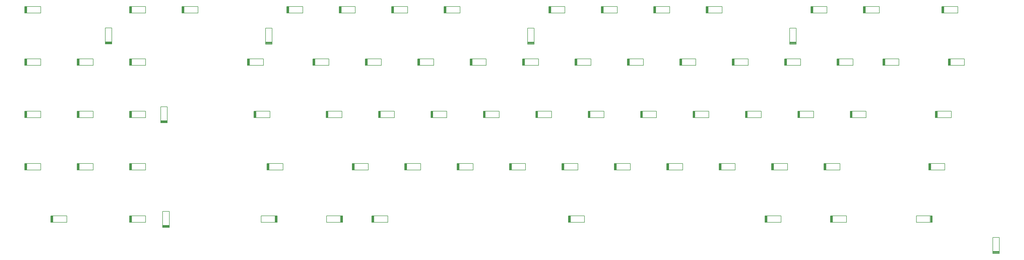
<source format=gto>
G04 #@! TF.GenerationSoftware,KiCad,Pcbnew,(5.1.6)-1*
G04 #@! TF.CreationDate,2020-07-18T03:31:17-04:00*
G04 #@! TF.ProjectId,southpawpcb,736f7574-6870-4617-9770-63622e6b6963,rev?*
G04 #@! TF.SameCoordinates,Original*
G04 #@! TF.FileFunction,Legend,Top*
G04 #@! TF.FilePolarity,Positive*
%FSLAX46Y46*%
G04 Gerber Fmt 4.6, Leading zero omitted, Abs format (unit mm)*
G04 Created by KiCad (PCBNEW (5.1.6)-1) date 2020-07-18 03:31:17*
%MOMM*%
%LPD*%
G01*
G04 APERTURE LIST*
%ADD10C,0.200000*%
G04 APERTURE END LIST*
D10*
G04 #@! TO.C,D7*
X97019000Y90899000D02*
X97019000Y93299000D01*
X96844000Y90899000D02*
X96844000Y93299000D01*
X96669000Y90899000D02*
X96669000Y93299000D01*
X96269000Y93299000D02*
X96269000Y90899000D01*
X96494000Y90899000D02*
X96494000Y93299000D01*
X96369000Y90899000D02*
X96369000Y93299000D01*
X96294000Y90899000D02*
X102094000Y90899000D01*
X102094000Y90899000D02*
X102094000Y93299000D01*
X102094000Y93299000D02*
X96294000Y93299000D01*
G04 #@! TO.C,D48*
X230681000Y55199000D02*
X224881000Y55199000D01*
X230681000Y52799000D02*
X230681000Y55199000D01*
X224881000Y52799000D02*
X230681000Y52799000D01*
X224956000Y52799000D02*
X224956000Y55199000D01*
X225081000Y52799000D02*
X225081000Y55199000D01*
X224856000Y55199000D02*
X224856000Y52799000D01*
X225256000Y52799000D02*
X225256000Y55199000D01*
X225431000Y52799000D02*
X225431000Y55199000D01*
X225606000Y52799000D02*
X225606000Y55199000D01*
G04 #@! TO.C,D72*
X96806000Y17099000D02*
X96806000Y14699000D01*
X96981000Y17099000D02*
X96981000Y14699000D01*
X97156000Y17099000D02*
X97156000Y14699000D01*
X97556000Y14699000D02*
X97556000Y17099000D01*
X97331000Y17099000D02*
X97331000Y14699000D01*
X97456000Y17099000D02*
X97456000Y14699000D01*
X97531000Y17099000D02*
X91731000Y17099000D01*
X91731000Y17099000D02*
X91731000Y14699000D01*
X91731000Y14699000D02*
X97531000Y14699000D01*
G04 #@! TO.C,D39*
X20819200Y52799000D02*
X20819200Y55199000D01*
X20644200Y52799000D02*
X20644200Y55199000D01*
X20469200Y52799000D02*
X20469200Y55199000D01*
X20069200Y55199000D02*
X20069200Y52799000D01*
X20294200Y52799000D02*
X20294200Y55199000D01*
X20169200Y52799000D02*
X20169200Y55199000D01*
X20094200Y52799000D02*
X25894200Y52799000D01*
X25894200Y52799000D02*
X25894200Y55199000D01*
X25894200Y55199000D02*
X20094200Y55199000D01*
G04 #@! TO.C,D2*
X11246000Y85477000D02*
X11246000Y79677000D01*
X13646000Y85477000D02*
X11246000Y85477000D01*
X13646000Y79677000D02*
X13646000Y85477000D01*
X13646000Y79752000D02*
X11246000Y79752000D01*
X13646000Y79877000D02*
X11246000Y79877000D01*
X11246000Y79652000D02*
X13646000Y79652000D01*
X13646000Y80052000D02*
X11246000Y80052000D01*
X13646000Y80227000D02*
X11246000Y80227000D01*
X13646000Y80402000D02*
X11246000Y80402000D01*
G04 #@! TO.C,D50*
X268781000Y55199000D02*
X262981000Y55199000D01*
X268781000Y52799000D02*
X268781000Y55199000D01*
X262981000Y52799000D02*
X268781000Y52799000D01*
X263056000Y52799000D02*
X263056000Y55199000D01*
X263181000Y52799000D02*
X263181000Y55199000D01*
X262956000Y55199000D02*
X262956000Y52799000D01*
X263356000Y52799000D02*
X263356000Y55199000D01*
X263531000Y52799000D02*
X263531000Y55199000D01*
X263706000Y52799000D02*
X263706000Y55199000D01*
G04 #@! TO.C,D21*
X20819200Y71849000D02*
X20819200Y74249000D01*
X20644200Y71849000D02*
X20644200Y74249000D01*
X20469200Y71849000D02*
X20469200Y74249000D01*
X20069200Y74249000D02*
X20069200Y71849000D01*
X20294200Y71849000D02*
X20294200Y74249000D01*
X20169200Y71849000D02*
X20169200Y74249000D01*
X20094200Y71849000D02*
X25894200Y71849000D01*
X25894200Y71849000D02*
X25894200Y74249000D01*
X25894200Y74249000D02*
X20094200Y74249000D01*
G04 #@! TO.C,D53*
X-12205800Y36149000D02*
X-18005800Y36149000D01*
X-12205800Y33749000D02*
X-12205800Y36149000D01*
X-18005800Y33749000D02*
X-12205800Y33749000D01*
X-17930800Y33749000D02*
X-17930800Y36149000D01*
X-17805800Y33749000D02*
X-17805800Y36149000D01*
X-18030800Y36149000D02*
X-18030800Y33749000D01*
X-17630800Y33749000D02*
X-17630800Y36149000D01*
X-17455800Y33749000D02*
X-17455800Y36149000D01*
X-17280800Y33749000D02*
X-17280800Y36149000D01*
G04 #@! TO.C,D26*
X130669000Y74249000D02*
X124869000Y74249000D01*
X130669000Y71849000D02*
X130669000Y74249000D01*
X124869000Y71849000D02*
X130669000Y71849000D01*
X124944000Y71849000D02*
X124944000Y74249000D01*
X125069000Y71849000D02*
X125069000Y74249000D01*
X124844000Y74249000D02*
X124844000Y71849000D01*
X125244000Y71849000D02*
X125244000Y74249000D01*
X125419000Y71849000D02*
X125419000Y74249000D01*
X125594000Y71849000D02*
X125594000Y74249000D01*
G04 #@! TO.C,D60*
X139882000Y33749000D02*
X139882000Y36149000D01*
X139707000Y33749000D02*
X139707000Y36149000D01*
X139532000Y33749000D02*
X139532000Y36149000D01*
X139132000Y36149000D02*
X139132000Y33749000D01*
X139357000Y33749000D02*
X139357000Y36149000D01*
X139232000Y33749000D02*
X139232000Y36149000D01*
X139157000Y33749000D02*
X144957000Y33749000D01*
X144957000Y33749000D02*
X144957000Y36149000D01*
X144957000Y36149000D02*
X139157000Y36149000D01*
G04 #@! TO.C,D42*
X116381000Y55199000D02*
X110581000Y55199000D01*
X116381000Y52799000D02*
X116381000Y55199000D01*
X110581000Y52799000D02*
X116381000Y52799000D01*
X110656000Y52799000D02*
X110656000Y55199000D01*
X110781000Y52799000D02*
X110781000Y55199000D01*
X110556000Y55199000D02*
X110556000Y52799000D01*
X110956000Y52799000D02*
X110956000Y55199000D01*
X111131000Y52799000D02*
X111131000Y55199000D01*
X111306000Y52799000D02*
X111306000Y55199000D01*
G04 #@! TO.C,D4*
X44944200Y93299000D02*
X39144200Y93299000D01*
X44944200Y90899000D02*
X44944200Y93299000D01*
X39144200Y90899000D02*
X44944200Y90899000D01*
X39219200Y90899000D02*
X39219200Y93299000D01*
X39344200Y90899000D02*
X39344200Y93299000D01*
X39119200Y93299000D02*
X39119200Y90899000D01*
X39519200Y90899000D02*
X39519200Y93299000D01*
X39694200Y90899000D02*
X39694200Y93299000D01*
X39869200Y90899000D02*
X39869200Y93299000D01*
G04 #@! TO.C,D3*
X20819200Y90899000D02*
X20819200Y93299000D01*
X20644200Y90899000D02*
X20644200Y93299000D01*
X20469200Y90899000D02*
X20469200Y93299000D01*
X20069200Y93299000D02*
X20069200Y90899000D01*
X20294200Y90899000D02*
X20294200Y93299000D01*
X20169200Y90899000D02*
X20169200Y93299000D01*
X20094200Y90899000D02*
X25894200Y90899000D01*
X25894200Y90899000D02*
X25894200Y93299000D01*
X25894200Y93299000D02*
X20094200Y93299000D01*
G04 #@! TO.C,D25*
X106544000Y71849000D02*
X106544000Y74249000D01*
X106369000Y71849000D02*
X106369000Y74249000D01*
X106194000Y71849000D02*
X106194000Y74249000D01*
X105794000Y74249000D02*
X105794000Y71849000D01*
X106019000Y71849000D02*
X106019000Y74249000D01*
X105894000Y71849000D02*
X105894000Y74249000D01*
X105819000Y71849000D02*
X111619000Y71849000D01*
X111619000Y71849000D02*
X111619000Y74249000D01*
X111619000Y74249000D02*
X105819000Y74249000D01*
G04 #@! TO.C,D71*
X67919000Y14699000D02*
X73719000Y14699000D01*
X67919000Y17099000D02*
X67919000Y14699000D01*
X73719000Y17099000D02*
X67919000Y17099000D01*
X73644000Y17099000D02*
X73644000Y14699000D01*
X73519000Y17099000D02*
X73519000Y14699000D01*
X73744000Y14699000D02*
X73744000Y17099000D01*
X73344000Y17099000D02*
X73344000Y14699000D01*
X73169000Y17099000D02*
X73169000Y14699000D01*
X72994000Y17099000D02*
X72994000Y14699000D01*
G04 #@! TO.C,D78*
X333838000Y9174000D02*
X333838000Y3374000D01*
X336238000Y9174000D02*
X333838000Y9174000D01*
X336238000Y3374000D02*
X336238000Y9174000D01*
X336238000Y3449000D02*
X333838000Y3449000D01*
X336238000Y3574000D02*
X333838000Y3574000D01*
X333838000Y3349000D02*
X336238000Y3349000D01*
X336238000Y3749000D02*
X333838000Y3749000D01*
X336238000Y3924000D02*
X333838000Y3924000D01*
X336238000Y4099000D02*
X333838000Y4099000D01*
G04 #@! TO.C,D77*
X306044000Y14699000D02*
X311844000Y14699000D01*
X306044000Y17099000D02*
X306044000Y14699000D01*
X311844000Y17099000D02*
X306044000Y17099000D01*
X311769000Y17099000D02*
X311769000Y14699000D01*
X311644000Y17099000D02*
X311644000Y14699000D01*
X311869000Y14699000D02*
X311869000Y17099000D01*
X311469000Y17099000D02*
X311469000Y14699000D01*
X311294000Y17099000D02*
X311294000Y14699000D01*
X311119000Y17099000D02*
X311119000Y14699000D01*
G04 #@! TO.C,D45*
X168456000Y52799000D02*
X168456000Y55199000D01*
X168281000Y52799000D02*
X168281000Y55199000D01*
X168106000Y52799000D02*
X168106000Y55199000D01*
X167706000Y55199000D02*
X167706000Y52799000D01*
X167931000Y52799000D02*
X167931000Y55199000D01*
X167806000Y52799000D02*
X167806000Y55199000D01*
X167731000Y52799000D02*
X173531000Y52799000D01*
X173531000Y52799000D02*
X173531000Y55199000D01*
X173531000Y55199000D02*
X167731000Y55199000D01*
G04 #@! TO.C,D16*
X273544000Y93299000D02*
X267744000Y93299000D01*
X273544000Y90899000D02*
X273544000Y93299000D01*
X267744000Y90899000D02*
X273544000Y90899000D01*
X267819000Y90899000D02*
X267819000Y93299000D01*
X267944000Y90899000D02*
X267944000Y93299000D01*
X267719000Y93299000D02*
X267719000Y90899000D01*
X268119000Y90899000D02*
X268119000Y93299000D01*
X268294000Y90899000D02*
X268294000Y93299000D01*
X268469000Y90899000D02*
X268469000Y93299000D01*
G04 #@! TO.C,D22*
X31419200Y56799000D02*
X31419200Y50999000D01*
X33819200Y56799000D02*
X31419200Y56799000D01*
X33819200Y50999000D02*
X33819200Y56799000D01*
X33819200Y51074000D02*
X31419200Y51074000D01*
X33819200Y51199000D02*
X31419200Y51199000D01*
X31419200Y50974000D02*
X33819200Y50974000D01*
X33819200Y51374000D02*
X31419200Y51374000D01*
X33819200Y51549000D02*
X31419200Y51549000D01*
X33819200Y51724000D02*
X31419200Y51724000D01*
G04 #@! TO.C,D10*
X164769000Y85374000D02*
X164769000Y79574000D01*
X167169000Y85374000D02*
X164769000Y85374000D01*
X167169000Y79574000D02*
X167169000Y85374000D01*
X167169000Y79649000D02*
X164769000Y79649000D01*
X167169000Y79774000D02*
X164769000Y79774000D01*
X164769000Y79549000D02*
X167169000Y79549000D01*
X167169000Y79949000D02*
X164769000Y79949000D01*
X167169000Y80124000D02*
X164769000Y80124000D01*
X167169000Y80299000D02*
X164769000Y80299000D01*
G04 #@! TO.C,D54*
X1769200Y33749000D02*
X1769200Y36149000D01*
X1594200Y33749000D02*
X1594200Y36149000D01*
X1419200Y33749000D02*
X1419200Y36149000D01*
X1019200Y36149000D02*
X1019200Y33749000D01*
X1244200Y33749000D02*
X1244200Y36149000D01*
X1119200Y33749000D02*
X1119200Y36149000D01*
X1044200Y33749000D02*
X6844200Y33749000D01*
X6844200Y33749000D02*
X6844200Y36149000D01*
X6844200Y36149000D02*
X1044200Y36149000D01*
G04 #@! TO.C,D19*
X-17280800Y71849000D02*
X-17280800Y74249000D01*
X-17455800Y71849000D02*
X-17455800Y74249000D01*
X-17630800Y71849000D02*
X-17630800Y74249000D01*
X-18030800Y74249000D02*
X-18030800Y71849000D01*
X-17805800Y71849000D02*
X-17805800Y74249000D01*
X-17930800Y71849000D02*
X-17930800Y74249000D01*
X-18005800Y71849000D02*
X-12205800Y71849000D01*
X-12205800Y71849000D02*
X-12205800Y74249000D01*
X-12205800Y74249000D02*
X-18005800Y74249000D01*
G04 #@! TO.C,D57*
X70825000Y33749000D02*
X70825000Y36149000D01*
X70650000Y33749000D02*
X70650000Y36149000D01*
X70475000Y33749000D02*
X70475000Y36149000D01*
X70075000Y36149000D02*
X70075000Y33749000D01*
X70300000Y33749000D02*
X70300000Y36149000D01*
X70175000Y33749000D02*
X70175000Y36149000D01*
X70100000Y33749000D02*
X75900000Y33749000D01*
X75900000Y33749000D02*
X75900000Y36149000D01*
X75900000Y36149000D02*
X70100000Y36149000D01*
G04 #@! TO.C,D47*
X206556000Y52799000D02*
X206556000Y55199000D01*
X206381000Y52799000D02*
X206381000Y55199000D01*
X206206000Y52799000D02*
X206206000Y55199000D01*
X205806000Y55199000D02*
X205806000Y52799000D01*
X206031000Y52799000D02*
X206031000Y55199000D01*
X205906000Y52799000D02*
X205906000Y55199000D01*
X205831000Y52799000D02*
X211631000Y52799000D01*
X211631000Y52799000D02*
X211631000Y55199000D01*
X211631000Y55199000D02*
X205831000Y55199000D01*
G04 #@! TO.C,D15*
X262419000Y80299000D02*
X260019000Y80299000D01*
X262419000Y80124000D02*
X260019000Y80124000D01*
X262419000Y79949000D02*
X260019000Y79949000D01*
X260019000Y79549000D02*
X262419000Y79549000D01*
X262419000Y79774000D02*
X260019000Y79774000D01*
X262419000Y79649000D02*
X260019000Y79649000D01*
X262419000Y79574000D02*
X262419000Y85374000D01*
X262419000Y85374000D02*
X260019000Y85374000D01*
X260019000Y85374000D02*
X260019000Y79574000D01*
G04 #@! TO.C,D67*
X278307000Y36149000D02*
X272507000Y36149000D01*
X278307000Y33749000D02*
X278307000Y36149000D01*
X272507000Y33749000D02*
X278307000Y33749000D01*
X272582000Y33749000D02*
X272582000Y36149000D01*
X272707000Y33749000D02*
X272707000Y36149000D01*
X272482000Y36149000D02*
X272482000Y33749000D01*
X272882000Y33749000D02*
X272882000Y36149000D01*
X273057000Y33749000D02*
X273057000Y36149000D01*
X273232000Y33749000D02*
X273232000Y36149000D01*
G04 #@! TO.C,D36*
X323550000Y74249000D02*
X317750000Y74249000D01*
X323550000Y71849000D02*
X323550000Y74249000D01*
X317750000Y71849000D02*
X323550000Y71849000D01*
X317825000Y71849000D02*
X317825000Y74249000D01*
X317950000Y71849000D02*
X317950000Y74249000D01*
X317725000Y74249000D02*
X317725000Y71849000D01*
X318125000Y71849000D02*
X318125000Y74249000D01*
X318300000Y71849000D02*
X318300000Y74249000D01*
X318475000Y71849000D02*
X318475000Y74249000D01*
G04 #@! TO.C,D62*
X177982000Y33749000D02*
X177982000Y36149000D01*
X177807000Y33749000D02*
X177807000Y36149000D01*
X177632000Y33749000D02*
X177632000Y36149000D01*
X177232000Y36149000D02*
X177232000Y33749000D01*
X177457000Y33749000D02*
X177457000Y36149000D01*
X177332000Y33749000D02*
X177332000Y36149000D01*
X177257000Y33749000D02*
X183057000Y33749000D01*
X183057000Y33749000D02*
X183057000Y36149000D01*
X183057000Y36149000D02*
X177257000Y36149000D01*
G04 #@! TO.C,D61*
X158932000Y33749000D02*
X158932000Y36149000D01*
X158757000Y33749000D02*
X158757000Y36149000D01*
X158582000Y33749000D02*
X158582000Y36149000D01*
X158182000Y36149000D02*
X158182000Y33749000D01*
X158407000Y33749000D02*
X158407000Y36149000D01*
X158282000Y33749000D02*
X158282000Y36149000D01*
X158207000Y33749000D02*
X164007000Y33749000D01*
X164007000Y33749000D02*
X164007000Y36149000D01*
X164007000Y36149000D02*
X158207000Y36149000D01*
G04 #@! TO.C,D52*
X318788000Y55199000D02*
X312988000Y55199000D01*
X318788000Y52799000D02*
X318788000Y55199000D01*
X312988000Y52799000D02*
X318788000Y52799000D01*
X313063000Y52799000D02*
X313063000Y55199000D01*
X313188000Y52799000D02*
X313188000Y55199000D01*
X312963000Y55199000D02*
X312963000Y52799000D01*
X313363000Y52799000D02*
X313363000Y55199000D01*
X313538000Y52799000D02*
X313538000Y55199000D01*
X313713000Y52799000D02*
X313713000Y55199000D01*
G04 #@! TO.C,D37*
X-17280800Y52799000D02*
X-17280800Y55199000D01*
X-17455800Y52799000D02*
X-17455800Y55199000D01*
X-17630800Y52799000D02*
X-17630800Y55199000D01*
X-18030800Y55199000D02*
X-18030800Y52799000D01*
X-17805800Y52799000D02*
X-17805800Y55199000D01*
X-17930800Y52799000D02*
X-17930800Y55199000D01*
X-18005800Y52799000D02*
X-12205800Y52799000D01*
X-12205800Y52799000D02*
X-12205800Y55199000D01*
X-12205800Y55199000D02*
X-18005800Y55199000D01*
G04 #@! TO.C,D65*
X235132000Y33749000D02*
X235132000Y36149000D01*
X234957000Y33749000D02*
X234957000Y36149000D01*
X234782000Y33749000D02*
X234782000Y36149000D01*
X234382000Y36149000D02*
X234382000Y33749000D01*
X234607000Y33749000D02*
X234607000Y36149000D01*
X234482000Y33749000D02*
X234482000Y36149000D01*
X234407000Y33749000D02*
X240207000Y33749000D01*
X240207000Y33749000D02*
X240207000Y36149000D01*
X240207000Y36149000D02*
X234407000Y36149000D01*
G04 #@! TO.C,D14*
X230369000Y90899000D02*
X230369000Y93299000D01*
X230194000Y90899000D02*
X230194000Y93299000D01*
X230019000Y90899000D02*
X230019000Y93299000D01*
X229619000Y93299000D02*
X229619000Y90899000D01*
X229844000Y90899000D02*
X229844000Y93299000D01*
X229719000Y90899000D02*
X229719000Y93299000D01*
X229644000Y90899000D02*
X235444000Y90899000D01*
X235444000Y90899000D02*
X235444000Y93299000D01*
X235444000Y93299000D02*
X229644000Y93299000D01*
G04 #@! TO.C,D68*
X311332000Y33749000D02*
X311332000Y36149000D01*
X311157000Y33749000D02*
X311157000Y36149000D01*
X310982000Y33749000D02*
X310982000Y36149000D01*
X310582000Y36149000D02*
X310582000Y33749000D01*
X310807000Y33749000D02*
X310807000Y36149000D01*
X310682000Y33749000D02*
X310682000Y36149000D01*
X310607000Y33749000D02*
X316407000Y33749000D01*
X316407000Y33749000D02*
X316407000Y36149000D01*
X316407000Y36149000D02*
X310607000Y36149000D01*
G04 #@! TO.C,D18*
X321169000Y93299000D02*
X315369000Y93299000D01*
X321169000Y90899000D02*
X321169000Y93299000D01*
X315369000Y90899000D02*
X321169000Y90899000D01*
X315444000Y90899000D02*
X315444000Y93299000D01*
X315569000Y90899000D02*
X315569000Y93299000D01*
X315344000Y93299000D02*
X315344000Y90899000D01*
X315744000Y90899000D02*
X315744000Y93299000D01*
X315919000Y90899000D02*
X315919000Y93299000D01*
X316094000Y90899000D02*
X316094000Y93299000D01*
G04 #@! TO.C,D38*
X6844200Y55199000D02*
X1044200Y55199000D01*
X6844200Y52799000D02*
X6844200Y55199000D01*
X1044200Y52799000D02*
X6844200Y52799000D01*
X1119200Y52799000D02*
X1119200Y55199000D01*
X1244200Y52799000D02*
X1244200Y55199000D01*
X1019200Y55199000D02*
X1019200Y52799000D01*
X1419200Y52799000D02*
X1419200Y55199000D01*
X1594200Y52799000D02*
X1594200Y55199000D01*
X1769200Y52799000D02*
X1769200Y55199000D01*
G04 #@! TO.C,D12*
X197344000Y93299000D02*
X191544000Y93299000D01*
X197344000Y90899000D02*
X197344000Y93299000D01*
X191544000Y90899000D02*
X197344000Y90899000D01*
X191619000Y90899000D02*
X191619000Y93299000D01*
X191744000Y90899000D02*
X191744000Y93299000D01*
X191519000Y93299000D02*
X191519000Y90899000D01*
X191919000Y90899000D02*
X191919000Y93299000D01*
X192094000Y90899000D02*
X192094000Y93299000D01*
X192269000Y90899000D02*
X192269000Y93299000D01*
G04 #@! TO.C,D58*
X106857000Y36149000D02*
X101057000Y36149000D01*
X106857000Y33749000D02*
X106857000Y36149000D01*
X101057000Y33749000D02*
X106857000Y33749000D01*
X101132000Y33749000D02*
X101132000Y36149000D01*
X101257000Y33749000D02*
X101257000Y36149000D01*
X101032000Y36149000D02*
X101032000Y33749000D01*
X101432000Y33749000D02*
X101432000Y36149000D01*
X101607000Y33749000D02*
X101607000Y36149000D01*
X101782000Y33749000D02*
X101782000Y36149000D01*
G04 #@! TO.C,D34*
X283069000Y74249000D02*
X277269000Y74249000D01*
X283069000Y71849000D02*
X283069000Y74249000D01*
X277269000Y71849000D02*
X283069000Y71849000D01*
X277344000Y71849000D02*
X277344000Y74249000D01*
X277469000Y71849000D02*
X277469000Y74249000D01*
X277244000Y74249000D02*
X277244000Y71849000D01*
X277644000Y71849000D02*
X277644000Y74249000D01*
X277819000Y71849000D02*
X277819000Y74249000D01*
X277994000Y71849000D02*
X277994000Y74249000D01*
G04 #@! TO.C,D20*
X6844200Y74249000D02*
X1044200Y74249000D01*
X6844200Y71849000D02*
X6844200Y74249000D01*
X1044200Y71849000D02*
X6844200Y71849000D01*
X1119200Y71849000D02*
X1119200Y74249000D01*
X1244200Y71849000D02*
X1244200Y74249000D01*
X1019200Y74249000D02*
X1019200Y71849000D01*
X1419200Y71849000D02*
X1419200Y74249000D01*
X1594200Y71849000D02*
X1594200Y74249000D01*
X1769200Y71849000D02*
X1769200Y74249000D01*
G04 #@! TO.C,D69*
X-7755800Y14699000D02*
X-7755800Y17099000D01*
X-7930800Y14699000D02*
X-7930800Y17099000D01*
X-8105800Y14699000D02*
X-8105800Y17099000D01*
X-8505800Y17099000D02*
X-8505800Y14699000D01*
X-8280800Y14699000D02*
X-8280800Y17099000D01*
X-8405800Y14699000D02*
X-8405800Y17099000D01*
X-8480800Y14699000D02*
X-2680800Y14699000D01*
X-2680800Y14699000D02*
X-2680800Y17099000D01*
X-2680800Y17099000D02*
X-8480800Y17099000D01*
G04 #@! TO.C,D40*
X71138000Y55199000D02*
X65338000Y55199000D01*
X71138000Y52799000D02*
X71138000Y55199000D01*
X65338000Y52799000D02*
X71138000Y52799000D01*
X65413000Y52799000D02*
X65413000Y55199000D01*
X65538000Y52799000D02*
X65538000Y55199000D01*
X65313000Y55199000D02*
X65313000Y52799000D01*
X65713000Y52799000D02*
X65713000Y55199000D01*
X65888000Y52799000D02*
X65888000Y55199000D01*
X66063000Y52799000D02*
X66063000Y55199000D01*
G04 #@! TO.C,D56*
X32137500Y18699000D02*
X32137500Y12899000D01*
X34537500Y18699000D02*
X32137500Y18699000D01*
X34537500Y12899000D02*
X34537500Y18699000D01*
X34537500Y12974000D02*
X32137500Y12974000D01*
X34537500Y13099000D02*
X32137500Y13099000D01*
X32137500Y12874000D02*
X34537500Y12874000D01*
X34537500Y13274000D02*
X32137500Y13274000D01*
X34537500Y13449000D02*
X32137500Y13449000D01*
X34537500Y13624000D02*
X32137500Y13624000D01*
G04 #@! TO.C,D23*
X63682000Y71849000D02*
X63682000Y74249000D01*
X63507000Y71849000D02*
X63507000Y74249000D01*
X63332000Y71849000D02*
X63332000Y74249000D01*
X62932000Y74249000D02*
X62932000Y71849000D01*
X63157000Y71849000D02*
X63157000Y74249000D01*
X63032000Y71849000D02*
X63032000Y74249000D01*
X62957000Y71849000D02*
X68757000Y71849000D01*
X68757000Y71849000D02*
X68757000Y74249000D01*
X68757000Y74249000D02*
X62957000Y74249000D01*
G04 #@! TO.C,D17*
X287519000Y90899000D02*
X287519000Y93299000D01*
X287344000Y90899000D02*
X287344000Y93299000D01*
X287169000Y90899000D02*
X287169000Y93299000D01*
X286769000Y93299000D02*
X286769000Y90899000D01*
X286994000Y90899000D02*
X286994000Y93299000D01*
X286869000Y90899000D02*
X286869000Y93299000D01*
X286794000Y90899000D02*
X292594000Y90899000D01*
X292594000Y90899000D02*
X292594000Y93299000D01*
X292594000Y93299000D02*
X286794000Y93299000D01*
G04 #@! TO.C,D32*
X244969000Y74249000D02*
X239169000Y74249000D01*
X244969000Y71849000D02*
X244969000Y74249000D01*
X239169000Y71849000D02*
X244969000Y71849000D01*
X239244000Y71849000D02*
X239244000Y74249000D01*
X239369000Y71849000D02*
X239369000Y74249000D01*
X239144000Y74249000D02*
X239144000Y71849000D01*
X239544000Y71849000D02*
X239544000Y74249000D01*
X239719000Y71849000D02*
X239719000Y74249000D01*
X239894000Y71849000D02*
X239894000Y74249000D01*
G04 #@! TO.C,D31*
X220844000Y71849000D02*
X220844000Y74249000D01*
X220669000Y71849000D02*
X220669000Y74249000D01*
X220494000Y71849000D02*
X220494000Y74249000D01*
X220094000Y74249000D02*
X220094000Y71849000D01*
X220319000Y71849000D02*
X220319000Y74249000D01*
X220194000Y71849000D02*
X220194000Y74249000D01*
X220119000Y71849000D02*
X225919000Y71849000D01*
X225919000Y71849000D02*
X225919000Y74249000D01*
X225919000Y74249000D02*
X220119000Y74249000D01*
G04 #@! TO.C,D9*
X135119000Y90899000D02*
X135119000Y93299000D01*
X134944000Y90899000D02*
X134944000Y93299000D01*
X134769000Y90899000D02*
X134769000Y93299000D01*
X134369000Y93299000D02*
X134369000Y90899000D01*
X134594000Y90899000D02*
X134594000Y93299000D01*
X134469000Y90899000D02*
X134469000Y93299000D01*
X134394000Y90899000D02*
X140194000Y90899000D01*
X140194000Y90899000D02*
X140194000Y93299000D01*
X140194000Y93299000D02*
X134394000Y93299000D01*
G04 #@! TO.C,D64*
X221157000Y36149000D02*
X215357000Y36149000D01*
X221157000Y33749000D02*
X221157000Y36149000D01*
X215357000Y33749000D02*
X221157000Y33749000D01*
X215432000Y33749000D02*
X215432000Y36149000D01*
X215557000Y33749000D02*
X215557000Y36149000D01*
X215332000Y36149000D02*
X215332000Y33749000D01*
X215732000Y33749000D02*
X215732000Y36149000D01*
X215907000Y33749000D02*
X215907000Y36149000D01*
X216082000Y33749000D02*
X216082000Y36149000D01*
G04 #@! TO.C,D74*
X185438000Y17099000D02*
X179638000Y17099000D01*
X185438000Y14699000D02*
X185438000Y17099000D01*
X179638000Y14699000D02*
X185438000Y14699000D01*
X179713000Y14699000D02*
X179713000Y17099000D01*
X179838000Y14699000D02*
X179838000Y17099000D01*
X179613000Y17099000D02*
X179613000Y14699000D01*
X180013000Y14699000D02*
X180013000Y17099000D01*
X180188000Y14699000D02*
X180188000Y17099000D01*
X180363000Y14699000D02*
X180363000Y17099000D01*
G04 #@! TO.C,D76*
X280688000Y17099000D02*
X274888000Y17099000D01*
X280688000Y14699000D02*
X280688000Y17099000D01*
X274888000Y14699000D02*
X280688000Y14699000D01*
X274963000Y14699000D02*
X274963000Y17099000D01*
X275088000Y14699000D02*
X275088000Y17099000D01*
X274863000Y17099000D02*
X274863000Y14699000D01*
X275263000Y14699000D02*
X275263000Y17099000D01*
X275438000Y14699000D02*
X275438000Y17099000D01*
X275613000Y14699000D02*
X275613000Y17099000D01*
G04 #@! TO.C,D49*
X244656000Y52799000D02*
X244656000Y55199000D01*
X244481000Y52799000D02*
X244481000Y55199000D01*
X244306000Y52799000D02*
X244306000Y55199000D01*
X243906000Y55199000D02*
X243906000Y52799000D01*
X244131000Y52799000D02*
X244131000Y55199000D01*
X244006000Y52799000D02*
X244006000Y55199000D01*
X243931000Y52799000D02*
X249731000Y52799000D01*
X249731000Y52799000D02*
X249731000Y55199000D01*
X249731000Y55199000D02*
X243931000Y55199000D01*
G04 #@! TO.C,D70*
X20819200Y14699000D02*
X20819200Y17099000D01*
X20644200Y14699000D02*
X20644200Y17099000D01*
X20469200Y14699000D02*
X20469200Y17099000D01*
X20069200Y17099000D02*
X20069200Y14699000D01*
X20294200Y14699000D02*
X20294200Y17099000D01*
X20169200Y14699000D02*
X20169200Y17099000D01*
X20094200Y14699000D02*
X25894200Y14699000D01*
X25894200Y14699000D02*
X25894200Y17099000D01*
X25894200Y17099000D02*
X20094200Y17099000D01*
G04 #@! TO.C,D75*
X256875000Y17099000D02*
X251075000Y17099000D01*
X256875000Y14699000D02*
X256875000Y17099000D01*
X251075000Y14699000D02*
X256875000Y14699000D01*
X251150000Y14699000D02*
X251150000Y17099000D01*
X251275000Y14699000D02*
X251275000Y17099000D01*
X251050000Y17099000D02*
X251050000Y14699000D01*
X251450000Y14699000D02*
X251450000Y17099000D01*
X251625000Y14699000D02*
X251625000Y17099000D01*
X251800000Y14699000D02*
X251800000Y17099000D01*
G04 #@! TO.C,D8*
X121144000Y93299000D02*
X115344000Y93299000D01*
X121144000Y90899000D02*
X121144000Y93299000D01*
X115344000Y90899000D02*
X121144000Y90899000D01*
X115419000Y90899000D02*
X115419000Y93299000D01*
X115544000Y90899000D02*
X115544000Y93299000D01*
X115319000Y93299000D02*
X115319000Y90899000D01*
X115719000Y90899000D02*
X115719000Y93299000D01*
X115894000Y90899000D02*
X115894000Y93299000D01*
X116069000Y90899000D02*
X116069000Y93299000D01*
G04 #@! TO.C,D28*
X163694000Y71849000D02*
X163694000Y74249000D01*
X163519000Y71849000D02*
X163519000Y74249000D01*
X163344000Y71849000D02*
X163344000Y74249000D01*
X162944000Y74249000D02*
X162944000Y71849000D01*
X163169000Y71849000D02*
X163169000Y74249000D01*
X163044000Y71849000D02*
X163044000Y74249000D01*
X162969000Y71849000D02*
X168769000Y71849000D01*
X168769000Y71849000D02*
X168769000Y74249000D01*
X168769000Y74249000D02*
X162969000Y74249000D01*
G04 #@! TO.C,D13*
X211319000Y90899000D02*
X211319000Y93299000D01*
X211144000Y90899000D02*
X211144000Y93299000D01*
X210969000Y90899000D02*
X210969000Y93299000D01*
X210569000Y93299000D02*
X210569000Y90899000D01*
X210794000Y90899000D02*
X210794000Y93299000D01*
X210669000Y90899000D02*
X210669000Y93299000D01*
X210594000Y90899000D02*
X216394000Y90899000D01*
X216394000Y90899000D02*
X216394000Y93299000D01*
X216394000Y93299000D02*
X210594000Y93299000D01*
G04 #@! TO.C,D66*
X254182000Y33749000D02*
X254182000Y36149000D01*
X254007000Y33749000D02*
X254007000Y36149000D01*
X253832000Y33749000D02*
X253832000Y36149000D01*
X253432000Y36149000D02*
X253432000Y33749000D01*
X253657000Y33749000D02*
X253657000Y36149000D01*
X253532000Y33749000D02*
X253532000Y36149000D01*
X253457000Y33749000D02*
X259257000Y33749000D01*
X259257000Y33749000D02*
X259257000Y36149000D01*
X259257000Y36149000D02*
X253457000Y36149000D01*
G04 #@! TO.C,D6*
X83044000Y93299000D02*
X77244000Y93299000D01*
X83044000Y90899000D02*
X83044000Y93299000D01*
X77244000Y90899000D02*
X83044000Y90899000D01*
X77319000Y90899000D02*
X77319000Y93299000D01*
X77444000Y90899000D02*
X77444000Y93299000D01*
X77219000Y93299000D02*
X77219000Y90899000D01*
X77619000Y90899000D02*
X77619000Y93299000D01*
X77794000Y90899000D02*
X77794000Y93299000D01*
X77969000Y90899000D02*
X77969000Y93299000D01*
G04 #@! TO.C,D44*
X154481000Y55199000D02*
X148681000Y55199000D01*
X154481000Y52799000D02*
X154481000Y55199000D01*
X148681000Y52799000D02*
X154481000Y52799000D01*
X148756000Y52799000D02*
X148756000Y55199000D01*
X148881000Y52799000D02*
X148881000Y55199000D01*
X148656000Y55199000D02*
X148656000Y52799000D01*
X149056000Y52799000D02*
X149056000Y55199000D01*
X149231000Y52799000D02*
X149231000Y55199000D01*
X149406000Y52799000D02*
X149406000Y55199000D01*
G04 #@! TO.C,D46*
X192581000Y55199000D02*
X186781000Y55199000D01*
X192581000Y52799000D02*
X192581000Y55199000D01*
X186781000Y52799000D02*
X192581000Y52799000D01*
X186856000Y52799000D02*
X186856000Y55199000D01*
X186981000Y52799000D02*
X186981000Y55199000D01*
X186756000Y55199000D02*
X186756000Y52799000D01*
X187156000Y52799000D02*
X187156000Y55199000D01*
X187331000Y52799000D02*
X187331000Y55199000D01*
X187506000Y52799000D02*
X187506000Y55199000D01*
G04 #@! TO.C,D51*
X282756000Y52799000D02*
X282756000Y55199000D01*
X282581000Y52799000D02*
X282581000Y55199000D01*
X282406000Y52799000D02*
X282406000Y55199000D01*
X282006000Y55199000D02*
X282006000Y52799000D01*
X282231000Y52799000D02*
X282231000Y55199000D01*
X282106000Y52799000D02*
X282106000Y55199000D01*
X282031000Y52799000D02*
X287831000Y52799000D01*
X287831000Y52799000D02*
X287831000Y55199000D01*
X287831000Y55199000D02*
X282031000Y55199000D01*
G04 #@! TO.C,D11*
X173219000Y90899000D02*
X173219000Y93299000D01*
X173044000Y90899000D02*
X173044000Y93299000D01*
X172869000Y90899000D02*
X172869000Y93299000D01*
X172469000Y93299000D02*
X172469000Y90899000D01*
X172694000Y90899000D02*
X172694000Y93299000D01*
X172569000Y90899000D02*
X172569000Y93299000D01*
X172494000Y90899000D02*
X178294000Y90899000D01*
X178294000Y90899000D02*
X178294000Y93299000D01*
X178294000Y93299000D02*
X172494000Y93299000D01*
G04 #@! TO.C,D63*
X202107000Y36149000D02*
X196307000Y36149000D01*
X202107000Y33749000D02*
X202107000Y36149000D01*
X196307000Y33749000D02*
X202107000Y33749000D01*
X196382000Y33749000D02*
X196382000Y36149000D01*
X196507000Y33749000D02*
X196507000Y36149000D01*
X196282000Y36149000D02*
X196282000Y33749000D01*
X196682000Y33749000D02*
X196682000Y36149000D01*
X196857000Y33749000D02*
X196857000Y36149000D01*
X197032000Y33749000D02*
X197032000Y36149000D01*
G04 #@! TO.C,D29*
X182744000Y71849000D02*
X182744000Y74249000D01*
X182569000Y71849000D02*
X182569000Y74249000D01*
X182394000Y71849000D02*
X182394000Y74249000D01*
X181994000Y74249000D02*
X181994000Y71849000D01*
X182219000Y71849000D02*
X182219000Y74249000D01*
X182094000Y71849000D02*
X182094000Y74249000D01*
X182019000Y71849000D02*
X187819000Y71849000D01*
X187819000Y71849000D02*
X187819000Y74249000D01*
X187819000Y74249000D02*
X182019000Y74249000D01*
G04 #@! TO.C,D55*
X20819200Y33749000D02*
X20819200Y36149000D01*
X20644200Y33749000D02*
X20644200Y36149000D01*
X20469200Y33749000D02*
X20469200Y36149000D01*
X20069200Y36149000D02*
X20069200Y33749000D01*
X20294200Y33749000D02*
X20294200Y36149000D01*
X20169200Y33749000D02*
X20169200Y36149000D01*
X20094200Y33749000D02*
X25894200Y33749000D01*
X25894200Y33749000D02*
X25894200Y36149000D01*
X25894200Y36149000D02*
X20094200Y36149000D01*
G04 #@! TO.C,D5*
X71919000Y80299000D02*
X69519000Y80299000D01*
X71919000Y80124000D02*
X69519000Y80124000D01*
X71919000Y79949000D02*
X69519000Y79949000D01*
X69519000Y79549000D02*
X71919000Y79549000D01*
X71919000Y79774000D02*
X69519000Y79774000D01*
X71919000Y79649000D02*
X69519000Y79649000D01*
X71919000Y79574000D02*
X71919000Y85374000D01*
X71919000Y85374000D02*
X69519000Y85374000D01*
X69519000Y85374000D02*
X69519000Y79574000D01*
G04 #@! TO.C,D43*
X130356000Y52799000D02*
X130356000Y55199000D01*
X130181000Y52799000D02*
X130181000Y55199000D01*
X130006000Y52799000D02*
X130006000Y55199000D01*
X129606000Y55199000D02*
X129606000Y52799000D01*
X129831000Y52799000D02*
X129831000Y55199000D01*
X129706000Y52799000D02*
X129706000Y55199000D01*
X129631000Y52799000D02*
X135431000Y52799000D01*
X135431000Y52799000D02*
X135431000Y55199000D01*
X135431000Y55199000D02*
X129631000Y55199000D01*
G04 #@! TO.C,D73*
X114000000Y17099000D02*
X108200000Y17099000D01*
X114000000Y14699000D02*
X114000000Y17099000D01*
X108200000Y14699000D02*
X114000000Y14699000D01*
X108275000Y14699000D02*
X108275000Y17099000D01*
X108400000Y14699000D02*
X108400000Y17099000D01*
X108175000Y17099000D02*
X108175000Y14699000D01*
X108575000Y14699000D02*
X108575000Y17099000D01*
X108750000Y14699000D02*
X108750000Y17099000D01*
X108925000Y14699000D02*
X108925000Y17099000D01*
G04 #@! TO.C,D33*
X258944000Y71849000D02*
X258944000Y74249000D01*
X258769000Y71849000D02*
X258769000Y74249000D01*
X258594000Y71849000D02*
X258594000Y74249000D01*
X258194000Y74249000D02*
X258194000Y71849000D01*
X258419000Y71849000D02*
X258419000Y74249000D01*
X258294000Y71849000D02*
X258294000Y74249000D01*
X258219000Y71849000D02*
X264019000Y71849000D01*
X264019000Y71849000D02*
X264019000Y74249000D01*
X264019000Y74249000D02*
X258219000Y74249000D01*
G04 #@! TO.C,D30*
X206869000Y74249000D02*
X201069000Y74249000D01*
X206869000Y71849000D02*
X206869000Y74249000D01*
X201069000Y71849000D02*
X206869000Y71849000D01*
X201144000Y71849000D02*
X201144000Y74249000D01*
X201269000Y71849000D02*
X201269000Y74249000D01*
X201044000Y74249000D02*
X201044000Y71849000D01*
X201444000Y71849000D02*
X201444000Y74249000D01*
X201619000Y71849000D02*
X201619000Y74249000D01*
X201794000Y71849000D02*
X201794000Y74249000D01*
G04 #@! TO.C,D35*
X294663000Y71849000D02*
X294663000Y74249000D01*
X294488000Y71849000D02*
X294488000Y74249000D01*
X294313000Y71849000D02*
X294313000Y74249000D01*
X293913000Y74249000D02*
X293913000Y71849000D01*
X294138000Y71849000D02*
X294138000Y74249000D01*
X294013000Y71849000D02*
X294013000Y74249000D01*
X293938000Y71849000D02*
X299738000Y71849000D01*
X299738000Y71849000D02*
X299738000Y74249000D01*
X299738000Y74249000D02*
X293938000Y74249000D01*
G04 #@! TO.C,D24*
X92569000Y74249000D02*
X86769000Y74249000D01*
X92569000Y71849000D02*
X92569000Y74249000D01*
X86769000Y71849000D02*
X92569000Y71849000D01*
X86844000Y71849000D02*
X86844000Y74249000D01*
X86969000Y71849000D02*
X86969000Y74249000D01*
X86744000Y74249000D02*
X86744000Y71849000D01*
X87144000Y71849000D02*
X87144000Y74249000D01*
X87319000Y71849000D02*
X87319000Y74249000D01*
X87494000Y71849000D02*
X87494000Y74249000D01*
G04 #@! TO.C,D59*
X125907000Y36149000D02*
X120107000Y36149000D01*
X125907000Y33749000D02*
X125907000Y36149000D01*
X120107000Y33749000D02*
X125907000Y33749000D01*
X120182000Y33749000D02*
X120182000Y36149000D01*
X120307000Y33749000D02*
X120307000Y36149000D01*
X120082000Y36149000D02*
X120082000Y33749000D01*
X120482000Y33749000D02*
X120482000Y36149000D01*
X120657000Y33749000D02*
X120657000Y36149000D01*
X120832000Y33749000D02*
X120832000Y36149000D01*
G04 #@! TO.C,D41*
X92256000Y52799000D02*
X92256000Y55199000D01*
X92081000Y52799000D02*
X92081000Y55199000D01*
X91906000Y52799000D02*
X91906000Y55199000D01*
X91506000Y55199000D02*
X91506000Y52799000D01*
X91731000Y52799000D02*
X91731000Y55199000D01*
X91606000Y52799000D02*
X91606000Y55199000D01*
X91531000Y52799000D02*
X97331000Y52799000D01*
X97331000Y52799000D02*
X97331000Y55199000D01*
X97331000Y55199000D02*
X91531000Y55199000D01*
G04 #@! TO.C,D1*
X-17280800Y90899000D02*
X-17280800Y93299000D01*
X-17455800Y90899000D02*
X-17455800Y93299000D01*
X-17630800Y90899000D02*
X-17630800Y93299000D01*
X-18030800Y93299000D02*
X-18030800Y90899000D01*
X-17805800Y90899000D02*
X-17805800Y93299000D01*
X-17930800Y90899000D02*
X-17930800Y93299000D01*
X-18005800Y90899000D02*
X-12205800Y90899000D01*
X-12205800Y90899000D02*
X-12205800Y93299000D01*
X-12205800Y93299000D02*
X-18005800Y93299000D01*
G04 #@! TO.C,D27*
X149719000Y74249000D02*
X143919000Y74249000D01*
X149719000Y71849000D02*
X149719000Y74249000D01*
X143919000Y71849000D02*
X149719000Y71849000D01*
X143994000Y71849000D02*
X143994000Y74249000D01*
X144119000Y71849000D02*
X144119000Y74249000D01*
X143894000Y74249000D02*
X143894000Y71849000D01*
X144294000Y71849000D02*
X144294000Y74249000D01*
X144469000Y71849000D02*
X144469000Y74249000D01*
X144644000Y71849000D02*
X144644000Y74249000D01*
G04 #@! TD*
M02*

</source>
